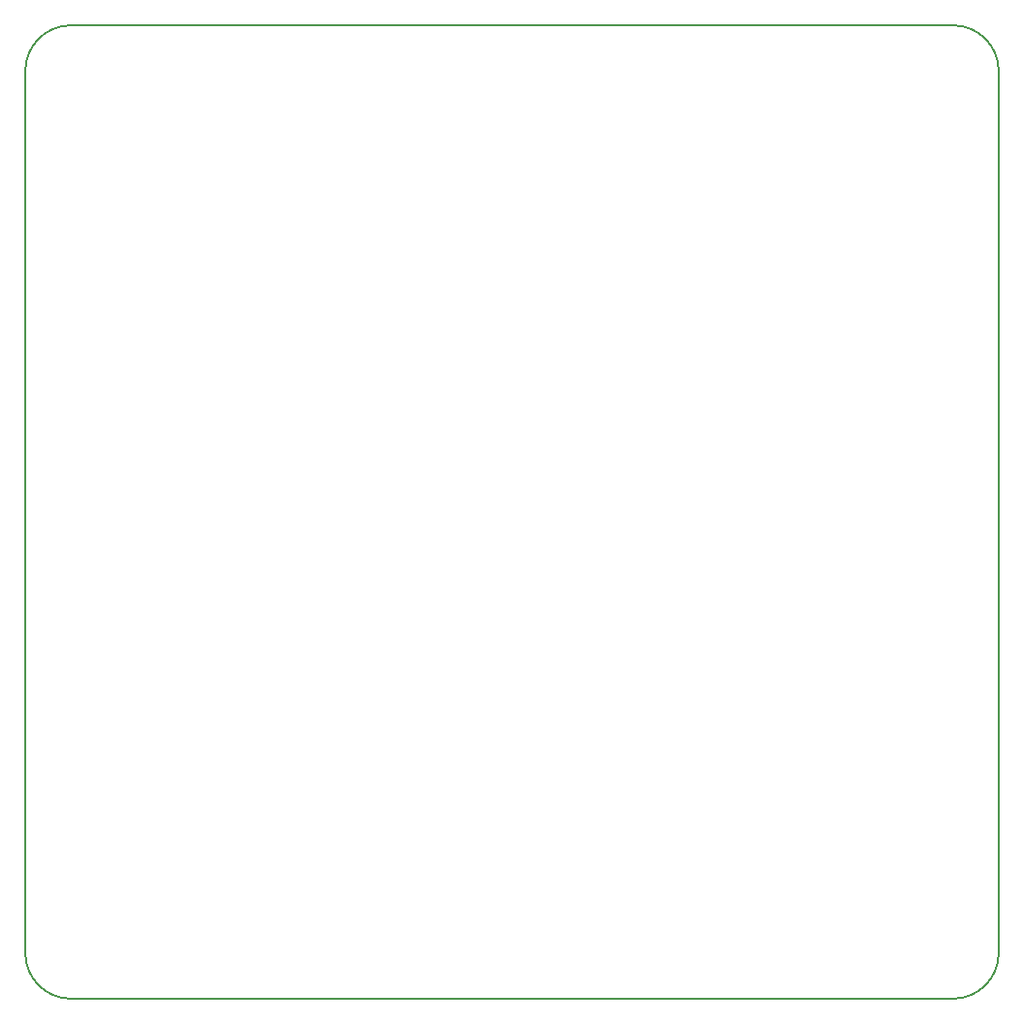
<source format=gko>
G04*
G04 #@! TF.GenerationSoftware,Altium Limited,CircuitStudio,1.5.1 (13)*
G04*
G04 Layer_Color=16720538*
%FSLAX25Y25*%
%MOIN*%
G70*
G01*
G75*
%ADD44C,0.00591*%
D44*
X15748Y334646D02*
G03*
X0Y318898I0J-15748D01*
G01*
X334646Y318898D02*
G03*
X318898Y334646I-15748J0D01*
G01*
X318898Y-0D02*
G03*
X334646Y15748I0J15748D01*
G01*
X0D02*
G03*
X15748Y-0I15748J0D01*
G01*
X15748Y334646D02*
X318898D01*
X0Y318898D02*
X0Y15748D01*
X334646Y15748D02*
X334646Y318898D01*
X15748Y0D02*
X318898D01*
M02*

</source>
